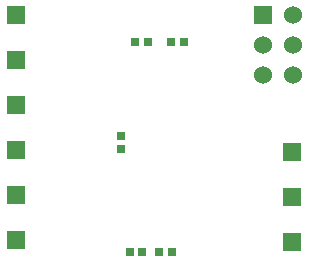
<source format=gbs>
G04 (created by PCBNEW (2013-may-18)-stable) date Sun 03 May 2015 02:23:39 PM EDT*
%MOIN*%
G04 Gerber Fmt 3.4, Leading zero omitted, Abs format*
%FSLAX34Y34*%
G01*
G70*
G90*
G04 APERTURE LIST*
%ADD10C,0.00590551*%
%ADD11R,0.06X0.06*%
%ADD12C,0.06*%
%ADD13R,0.0315X0.0275*%
%ADD14R,0.0275X0.0315*%
G04 APERTURE END LIST*
G54D10*
G54D11*
X15248Y-6775D03*
G54D12*
X16248Y-6775D03*
X15248Y-7775D03*
X16248Y-7775D03*
X15248Y-8775D03*
X16248Y-8775D03*
G54D11*
X16220Y-14342D03*
X7035Y-6783D03*
X7035Y-8283D03*
X7035Y-9783D03*
X7035Y-11283D03*
X7035Y-12783D03*
X7035Y-14283D03*
X16220Y-11342D03*
X16220Y-12842D03*
G54D13*
X11436Y-7677D03*
X11004Y-7677D03*
G54D14*
X10531Y-11239D03*
X10531Y-10807D03*
G54D13*
X12185Y-7677D03*
X12617Y-7677D03*
X10807Y-14665D03*
X11239Y-14665D03*
X12223Y-14665D03*
X11791Y-14665D03*
M02*

</source>
